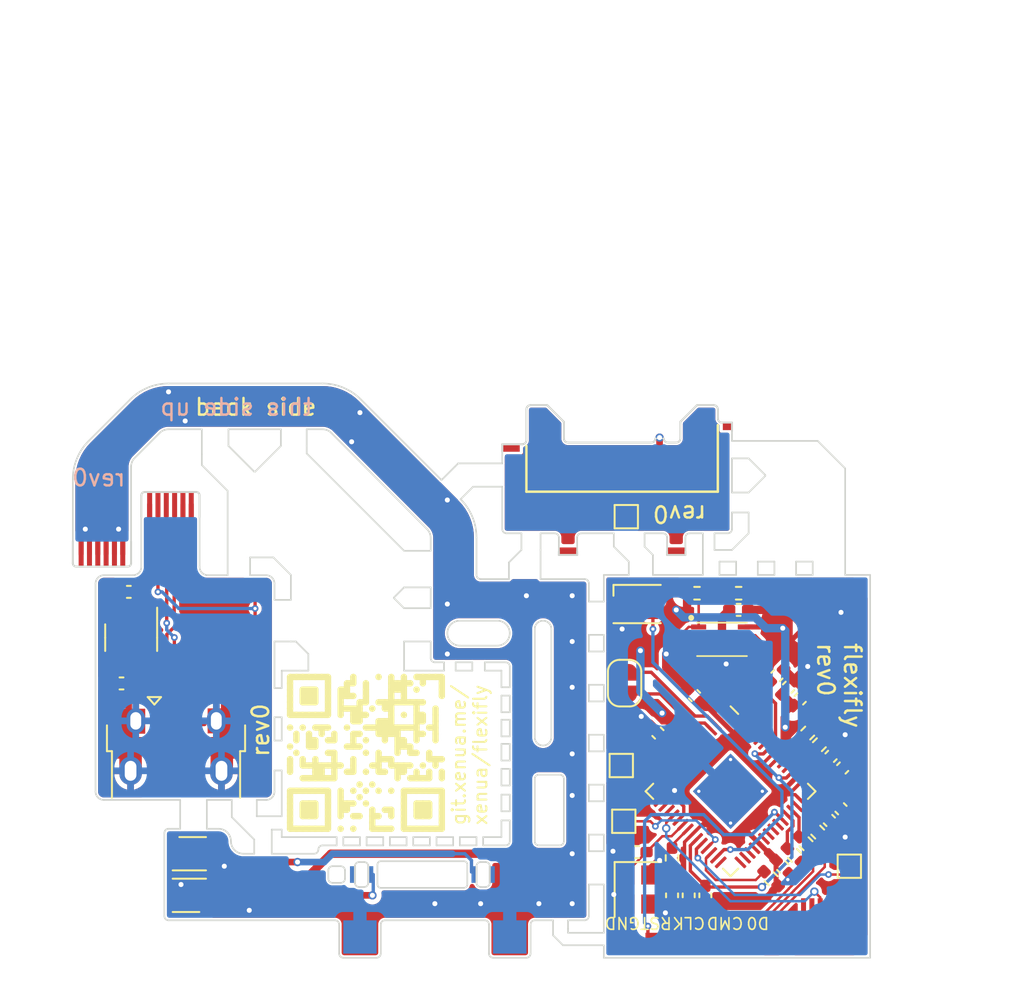
<source format=kicad_pcb>
(kicad_pcb (version 20221018) (generator pcbnew)

  (general
    (thickness 0.115)
  )

  (paper "A4")
  (layers
    (0 "F.Cu" signal)
    (31 "B.Cu" signal)
    (32 "B.Adhes" user "B.Adhesive")
    (33 "F.Adhes" user "F.Adhesive")
    (34 "B.Paste" user)
    (35 "F.Paste" user)
    (36 "B.SilkS" user "B.Silkscreen")
    (37 "F.SilkS" user "F.Silkscreen")
    (38 "B.Mask" user)
    (39 "F.Mask" user)
    (40 "Dwgs.User" user "User.Drawings")
    (41 "Cmts.User" user "User.Comments")
    (42 "Eco1.User" user "User.Eco1")
    (43 "Eco2.User" user "User.Eco2")
    (44 "Edge.Cuts" user)
    (45 "Margin" user)
    (46 "B.CrtYd" user "B.Courtyard")
    (47 "F.CrtYd" user "F.Courtyard")
    (48 "B.Fab" user)
    (49 "F.Fab" user)
    (50 "User.1" user)
    (51 "User.2" user)
    (52 "User.3" user)
    (53 "User.4" user)
    (54 "User.5" user)
    (55 "User.6" user)
    (56 "User.7" user)
    (57 "User.8" user)
    (58 "User.9" user)
  )

  (setup
    (stackup
      (layer "F.SilkS" (type "Top Silk Screen"))
      (layer "F.Paste" (type "Top Solder Paste"))
      (layer "F.Mask" (type "Top Solder Mask") (thickness 0.01))
      (layer "F.Cu" (type "copper") (thickness 0.035))
      (layer "dielectric 1" (type "core") (color "Polyimide") (thickness 0.025) (material "Polyimide") (epsilon_r 3.2) (loss_tangent 0.004))
      (layer "B.Cu" (type "copper") (thickness 0.035))
      (layer "B.Mask" (type "Bottom Solder Mask") (thickness 0.01))
      (layer "B.Paste" (type "Bottom Solder Paste"))
      (layer "B.SilkS" (type "Bottom Silk Screen"))
      (copper_finish "None")
      (dielectric_constraints no)
    )
    (pad_to_mask_clearance 0)
    (pcbplotparams
      (layerselection 0x00410fc_ffffffff)
      (plot_on_all_layers_selection 0x0000000_00000000)
      (disableapertmacros false)
      (usegerberextensions true)
      (usegerberattributes true)
      (usegerberadvancedattributes true)
      (creategerberjobfile false)
      (dashed_line_dash_ratio 12.000000)
      (dashed_line_gap_ratio 3.000000)
      (svgprecision 4)
      (plotframeref false)
      (viasonmask false)
      (mode 1)
      (useauxorigin false)
      (hpglpennumber 1)
      (hpglpenspeed 20)
      (hpglpendiameter 15.000000)
      (dxfpolygonmode true)
      (dxfimperialunits true)
      (dxfusepcbnewfont true)
      (psnegative false)
      (psa4output false)
      (plotreference true)
      (plotvalue false)
      (plotinvisibletext false)
      (sketchpadsonfab false)
      (subtractmaskfromsilk true)
      (outputformat 1)
      (mirror false)
      (drillshape 0)
      (scaleselection 1)
      (outputdirectory "production")
    )
  )

  (net 0 "")
  (net 1 "+3V3")
  (net 2 "GND")
  (net 3 "/XIN")
  (net 4 "Net-(C3-Pad2)")
  (net 5 "+1V1")
  (net 6 "GND1")
  (net 7 "VBUS")
  (net 8 "/STATUS_LED")
  (net 9 "Net-(J6-Pin_3)")
  (net 10 "GND2")
  (net 11 "/QSPI_~{CS}")
  (net 12 "/~{USB_BOOT}")
  (net 13 "/XOUT")
  (net 14 "/USB_DP")
  (net 15 "/DP")
  (net 16 "/NX_CLK")
  (net 17 "Net-(U1-GPIO27_ADC1)")
  (net 18 "/NX_CMD")
  (net 19 "Net-(U1-GPIO28_ADC2)")
  (net 20 "/NX_D0")
  (net 21 "Net-(U1-GPIO29_ADC3)")
  (net 22 "/RP2040_~{USB_BOOT}")
  (net 23 "/TRAINING_RESET_A")
  (net 24 "/TRAINING_RESET_B")
  (net 25 "unconnected-(U1-GPIO2-Pad4)")
  (net 26 "unconnected-(U1-GPIO3-Pad5)")
  (net 27 "unconnected-(U1-GPIO4-Pad6)")
  (net 28 "unconnected-(U1-GPIO5-Pad7)")
  (net 29 "unconnected-(U1-GPIO6-Pad8)")
  (net 30 "unconnected-(U1-GPIO7-Pad9)")
  (net 31 "unconnected-(U1-GPIO8-Pad11)")
  (net 32 "unconnected-(U1-GPIO9-Pad12)")
  (net 33 "unconnected-(U1-GPIO10-Pad13)")
  (net 34 "unconnected-(U1-GPIO11-Pad14)")
  (net 35 "unconnected-(U1-GPIO12-Pad15)")
  (net 36 "unconnected-(U1-GPIO13-Pad16)")
  (net 37 "unconnected-(U1-GPIO14-Pad17)")
  (net 38 "/NX_CPU")
  (net 39 "/SWCLK")
  (net 40 "/SWD")
  (net 41 "/RUN")
  (net 42 "unconnected-(U1-GPIO17-Pad28)")
  (net 43 "unconnected-(U1-GPIO18-Pad29)")
  (net 44 "unconnected-(U1-GPIO19-Pad30)")
  (net 45 "unconnected-(U1-GPIO20-Pad31)")
  (net 46 "unconnected-(U1-GPIO21-Pad32)")
  (net 47 "unconnected-(U1-GPIO22-Pad34)")
  (net 48 "unconnected-(U1-GPIO23-Pad35)")
  (net 49 "unconnected-(U1-GPIO24-Pad36)")
  (net 50 "unconnected-(U1-GPIO25-Pad37)")
  (net 51 "/NX_RST")
  (net 52 "/QSPI_SD3")
  (net 53 "/QSPI_CLK")
  (net 54 "/QSPI_SD0")
  (net 55 "/QSPI_SD2")
  (net 56 "/QSPI_SD1")
  (net 57 "/D+")
  (net 58 "/D-")
  (net 59 "Net-(C16-Pad1)")
  (net 60 "Net-(C15-Pad1)")
  (net 61 "/DAT0")
  (net 62 "unconnected-(J3-ID-Pad4)")
  (net 63 "/USB_DN")
  (net 64 "/DN")
  (net 65 "unconnected-(C15-Pad2)")
  (net 66 "unconnected-(C16-Pad2)")
  (net 67 "unconnected-(J2-Pin_1-Pad1)")
  (net 68 "unconnected-(J2-Pin_2-Pad2)")
  (net 69 "unconnected-(J2-Pin_5-Pad5)")
  (net 70 "unconnected-(J2-Pin_6-Pad6)")
  (net 71 "unconnected-(D1-DOUT-Pad1)")

  (footprint "Capacitor_SMD:C_0402_1005Metric_Pad0.74x0.62mm_HandSolder" (layer "F.Cu") (at 120.6 73.45 90))

  (footprint "flexifly:FPC_1x06_P0.50mm" (layer "F.Cu") (at 86.35 52.95 180))

  (footprint "Connector_USB:USB_Micro-B_Amphenol_10103594-0001LF_Horizontal" (layer "F.Cu") (at 90.825 64.85375))

  (footprint "Package_DFN_QFN:QFN-56-1EP_7x7mm_P0.4mm_EP3.2x3.2mm_ThermalVias" (layer "F.Cu") (at 124.115004 67.2 -45))

  (footprint "TestPoint:TestPoint_Pad_1.0x1.0mm" (layer "F.Cu") (at 119.5 76.2 180))

  (footprint "TestPoint:TestPoint_Pad_1.0x1.0mm" (layer "F.Cu") (at 117.5 76.2 180))

  (footprint "TestPoint:TestPoint_Pad_1.0x1.0mm" (layer "F.Cu") (at 125.5 76.2 180))

  (footprint "Resistor_SMD:R_0402_1005Metric_Pad0.72x0.64mm_HandSolder" (layer "F.Cu") (at 127.95 71.05 135))

  (footprint "Capacitor_SMD:C_0402_1005Metric_Pad0.74x0.62mm_HandSolder" (layer "F.Cu") (at 124.6 56.3 180))

  (footprint "Capacitor_SMD:C_0402_1005Metric_Pad0.74x0.62mm_HandSolder" (layer "F.Cu") (at 130.75 68.25 135))

  (footprint "TestPoint:TestPoint_Pad_1.0x1.0mm" (layer "F.Cu") (at 117.7 69 180))

  (footprint "Resistor_SMD:R_0402_1005Metric_Pad0.72x0.64mm_HandSolder" (layer "F.Cu") (at 129.35 69.65 135))

  (footprint "flexifly:FPC_1x06_P0.50mm" (layer "F.Cu") (at 90.465 49.96875))

  (footprint "Capacitor_SMD:C_0402_1005Metric_Pad0.74x0.62mm_HandSolder" (layer "F.Cu") (at 130.85 65.8 45))

  (footprint "Jumper:SolderJumper-2_P1.3mm_Open_RoundedPad1.0x1.5mm" (layer "F.Cu") (at 117.75 60.7 90))

  (footprint "Resistor_SMD:R_0402_1005Metric_Pad0.72x0.64mm_HandSolder" (layer "F.Cu") (at 122.1 55.3))

  (footprint "flexifly:Conn_BGA_shim_dat0" (layer "F.Cu") (at 117.6 46.25 180))

  (footprint "flexifly:W25QxxxxUXxx" (layer "F.Cu") (at 123.6 58.075 180))

  (footprint "flexifly:HCTL_HC-FPC-05-09-6RLTAG_1x06-1MP_P0.50mm_Horizontal" (layer "F.Cu") (at 129.75 76.925))

  (footprint "Resistor_SMD:R_0402_1005Metric_Pad0.72x0.64mm_HandSolder" (layer "F.Cu") (at 129.45 64.4 45))

  (footprint "Capacitor_SMD:C_0402_1005Metric_Pad0.74x0.62mm_HandSolder" (layer "F.Cu") (at 121.6 73.45 90))

  (footprint "TestPoint:TestPoint_Pad_1.0x1.0mm" (layer "F.Cu") (at 117.55 65.65 180))

  (footprint "LED_SMD:LED_WS2812B-2020_PLCC4_2.0x2.0mm" (layer "F.Cu") (at 118.5 55.95))

  (footprint "Capacitor_SMD:C_0402_1005Metric_Pad0.74x0.62mm_HandSolder" (layer "F.Cu") (at 87.965 55.21875))

  (footprint "flexifly:SW_SPST_XKB_1187A-B-A-B" (layer "F.Cu") (at 93.675 58.03375 90))

  (footprint "Capacitor_SMD:C_0402_1005Metric_Pad0.74x0.62mm_HandSolder" (layer "F.Cu") (at 128.3 61.65 -135))

  (footprint "Capacitor_SMD:C_0402_1005Metric_Pad0.74x0.62mm_HandSolder" (layer "F.Cu") (at 119.75 63.7 -45))

  (footprint "Capacitor_SMD:C_0402_1005Metric_Pad0.74x0.62mm_HandSolder" (layer "F.Cu") (at 87.525 60.71875 180))

  (footprint "flexifly:MicroFET_2x2" (layer "F.Cu") (at 91.6 70.95 -90))

  (footprint "Capacitor_SMD:C_0402_1005Metric_Pad0.74x0.62mm_HandSolder" (layer "F.Cu") (at 130.15 65.1 -135))

  (footprint "TestPoint:TestPoint_Pad_1.0x1.0mm" (layer "F.Cu") (at 121.5 76.2 180))

  (footprint "TestPoint:TestPoint_Pad_1.0x1.0mm" (layer "F.Cu") (at 123.5 76.2 180))

  (footprint "Resistor_SMD:R_0402_1005Metric_Pad0.72x0.64mm_HandSolder" (layer "F.Cu") (at 128.65 70.35 135))

  (footprint "Resistor_SMD:R_0402_1005Metric_Pad0.72x0.64mm_HandSolder" (layer "F.Cu") (at 120.6 71.2 90))

  (footprint "Capacitor_SMD:C_0402_1005Metric_Pad0.74x0.62mm_HandSolder" (layer "F.Cu") (at 130.05 68.95 135))

  (footprint "Capacitor_SMD:C_0402_1005Metric_Pad0.74x0.62mm_HandSolder" (layer "F.Cu") (at 118.5 70.85))

  (footprint "Crystal:Crystal_SMD_2520-4Pin_2.5x2.0mm" (layer "F.Cu") (at 118.55 73.1 -90))

  (footprint "TestPoint:TestPoint_Pad_1.0x1.0mm" (layer "F.Cu") (at 117.85 50.7 180))

  (footprint "Package_TO_SOT_SMD:SOT-23-3" (layer "F.Cu") (at 88.105 57.96875 -90))

  (footprint "Resistor_SMD:R_0402_1005Metric_Pad0.72x0.64mm_HandSolder" (layer "F.Cu") (at 128.75 63.7 -135))

  (footprint "Capacitor_SMD:C_0402_1005Metric_Pad0.74x0.62mm_HandSolder" (layer "F.Cu") (at 127.6 60.95 -135))

  (footprint "flexifly:MicroFET_2x2" (layer "F.Cu") (at 91.6 73.45 90))

  (footprint "Resistor_SMD:R_0402_1005Metric_Pad0.72x0.64mm_HandSolder" (layer "F.Cu") (at 126.55 72.45 135))

  (footprint "Resistor_SMD:R_0402_1005Metric_Pad0.72x0.64mm_HandSolder" (layer "F.Cu") (at 124.6 55.3 180))

  (footprint "TestPoint:TestPoint_Pad_1.0x1.0mm" (layer "F.Cu") (at 131.25 71.7 180))

  (footprint "Capacitor_SMD:C_0402_1005Metric_Pad0.74x0.62mm_HandSolder" (layer "F.Cu") (at 121.95 61.45 -45))

  (footprint "Capacitor_SMD:C_0402_1005Metric_Pad0.74x0.62mm_HandSolder" (layer "F.Cu") (at 122.6 73.45 90))

  (footprint "Capacitor_SMD:C_0402_1005Metric_Pad0.74x0.62mm_HandSolder" (layer "F.Cu") (at 126.9 60.25 -135))

  (footprint "flexifly:HCTL_HC-FPC-05-09-6RLTAG_1x06-1MP_P0.50mm_Horizontal" (layer "F.Cu") (at 129.75 54.5 180))

  (footprint "Capacitor_SMD:C_0402_1005Metric_Pad0.74x0.62mm_HandSolder" (layer "F.Cu") (at 127.25 71.75 135))

  (footprint "TestPoint:TestPoint_Pad_2.0x2.0mm" (layer "B.Cu") (at 101.85 75.95 180))

  (footprint "flexifly:APU_package_cap_conn" (layer "B.Cu") (at 109.25 72.2))

  (footprint "flexifly:APU_package_cap_conn" (layer "B.Cu") (at 101.95 72.2 180))

  (footprint "TestPoint:TestPoint_Pad_2.0x2.0mm" (layer "B.Cu") (at 110.85 75.95 180))

  (gr_line (start 102.21 67.17) (end 102.21 67.17)
    (stroke (width 0.38) (type default)) (layer "F.SilkS") (tstamp 00951051-69fe-4be5-8660-d6519773c01c))
  (gr_line (start 104.49 66.03) (end 104.49 65.65)
    (stroke (width 0.38) (type default)) (layer "F.SilkS") (tstamp 0136bdb4-e8b5-4933-99f8-21e23c3268c4))
  (gr_line (start 99.17 63.37) (end 99.93 63.37)
    (stroke (width 0.38) (type default)) (layer "F.SilkS") (tstamp 01830b03-c41c-4cb4-9506-4b92387098df))
  (gr_line (start 105.25 68.69) (end 106.01 68.69)
    (stroke (width 0.38) (type default)) (layer "F.SilkS") (tstamp 023efe11-5f63-4810-bac8-62160a0bb1b5))
  (gr_line (start 105.25 67.17) (end 105.25 67.17)
    (stroke (width 0.38) (type default)) (layer "F.SilkS") (tstamp 03811e27-f208-4961-af39-77fd76719fd1))
  (gr_line (start 105.63 66.41) (end 105.63 66.41)
    (stroke (width 0.38) (type default)) (layer "F.SilkS") (tstamp 04ae6203-0ee5-4447-b5f9-99394d65dd44))
  (gr_line (start 104.87 64.89) (end 104.87 64.51)
    (stroke (width 0.38) (type default)) (layer "F.SilkS") (tstamp 04d8f772-2548-4a49-9f3c-a9e29e7bc8de))
  (gr_line (start 103.35 62.23) (end 103.73 62.23)
    (stroke (width 0.38) (type default)) (layer "F.SilkS") (tstamp 0543662e-cd14-4bb2-a998-ee64a402f879))
  (gr_line (start 101.45 68.69) (end 101.83 68.69)
    (stroke (width 0.38) (type default)) (layer "F.SilkS") (tstamp 06f5671a-8bfb-415f-a153-257a0ba154fd))
  (gr_line (start 104.87 65.65) (end 104.87 65.65)
    (stroke (width 0.38) (type default)) (layer "F.SilkS") (tstamp 076d6043-156d-429d-9563-b117b454b220))
  (gr_line (start 99.93 66.41) (end 99.93 66.41)
    (stroke (width 0.38) (type default)) (layer "F.SilkS") (tstamp 07fb621f-e0d1-4a9a-8b8d-d17246d587b7))
  (gr_line (start 99.93 67.93) (end 99.93 67.93)
    (stroke (width 0.38) (type default)) (layer "F.SilkS") (tstamp 09bf9138-7d41-410e-82d1-a99468f7090f))
  (gr_line (start 99.17 66.41) (end 99.17 65.27)
    (stroke (width 0.38) (type default)) (layer "F.SilkS") (tstamp 0a12359e-a986-432e-b6cc-e7d84da09815))
  (gr_line (start 99.93 64.89) (end 100.31 64.89)
    (stroke (width 0.38) (type default)) (layer "F.SilkS") (tstamp 0a31a736-b9ac-4bab-99b6-e0a0b7a43b70))
  (gr_line (start 103.35 68.31) (end 103.35 68.31)
    (stroke (width 0.38) (type default)) (layer "F.SilkS") (tstamp 0a656c41-0174-4a56-8b25-17a9c4c47100))
  (gr_line (start 106.77 69.07) (end 106.77 69.07)
    (stroke (width 0.38) (type default)) (layer "F.SilkS") (tstamp 0b5cbcfb-7875-483d-be1a-425992e2c00f))
  (gr_line (start 103.73 60.33) (end 103.73 60.33)
    (stroke (width 0.38) (type default)) (layer "F.SilkS") (tstamp 0cf4749c-c8ed-4c69-b48d-f6079c6df8d7))
  (gr_line (start 97.65 69.45) (end 97.65 67.17)
    (stroke (width 0.38) (type default)) (layer "F.SilkS") (tstamp 0d4421d6-35cc-4595-b5bb-14d0ba9f1bf6))
  (gr_line (start 98.03 67.17) (end 98.03 67.17)
    (stroke (width 0.38) (type default)) (layer "F.SilkS") (tstamp 0e7c1157-dc14-445e-9f95-b297db166c5a))
  (gr_line (start 98.79 64.51) (end 99.17 64.51)
    (stroke (width 0.38) (type default)) (layer "F.SilkS") (tstamp 106e3d4b-7bdc-4e93-af13-b82f1a1753bc))
  (gr_line (start 98.79 60.33) (end 98.79 60.33)
    (stroke (width 0.38) (type default)) (layer "F.SilkS") (tstamp 1104d477-c203-4110-9ed8-57fc3405a4e3))
  (gr_line (start 104.11 61.85) (end 104.11 61.85)
    (stroke (width 0.38) (type default)) (layer "F.SilkS") (tstamp 11326458-6992-4b98-a22d-842cd0ba43ec))
  (gr_line (start 98.03 64.89) (end 98.03 64.89)
    (stroke (width 0.38) (type default)) (layer "F.SilkS") (tstamp 11a4c981-391f-47c5-898a-87fb25e1deb8))
  (gr_line (start 101.45 61.47) (end 101.45 61.47)
    (stroke (width 0.38) (type default)) (layer "F.SilkS") (tstamp 124b4ff1-c223-4094-bbd9-75ac5dccd048))
  (gr_line (start 102.21 64.13) (end 102.21 64.13)
    (stroke (width 0.38) (type default)) (layer "F.SilkS") (tstamp 125266f2-859e-455a-b91c-b4b689735763))
  (gr_line (start 98.03 63.75) (end 98.03 63.75)
    (stroke (width 0.38) (type default)) (layer "F.SilkS") (tstamp 1371e9f6-f2fa-450f-b790-b4b8e40b12ce))
  (gr_line (start 101.83 68.69) (end 101.83 68.69)
    (stroke (width 0.38) (type default)) (layer "F.SilkS") (tstamp 1500b4ce-7a1b-4ae6-add3-162277b89164))
  (gr_line (start 98.79 67.17) (end 98.79
... [531608 chars truncated]
</source>
